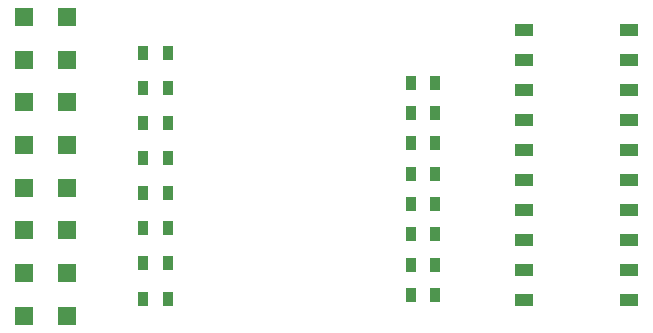
<source format=gbr>
%TF.GenerationSoftware,Altium Limited,Altium Designer,22.1.2 (22)*%
G04 Layer_Color=8421504*
%FSLAX26Y26*%
%MOIN*%
%TF.SameCoordinates,26ABD0B8-493F-4C78-88A6-316F46C79C97*%
%TF.FilePolarity,Positive*%
%TF.FileFunction,Paste,Top*%
%TF.Part,Single*%
G01*
G75*
%TA.AperFunction,SMDPad,CuDef*%
%ADD10R,0.059055X0.062992*%
%ADD11R,0.059055X0.043307*%
%ADD12R,0.035433X0.047244*%
D10*
X3065197Y2342317D02*
D03*
X2923465D02*
D03*
X3065197Y2200174D02*
D03*
X2923465D02*
D03*
X3065197Y2484460D02*
D03*
X2923465D02*
D03*
X3065197Y2626603D02*
D03*
X2923465D02*
D03*
X3065197Y2768745D02*
D03*
X2923465D02*
D03*
X3065197Y3053031D02*
D03*
X2923465D02*
D03*
X3065197Y2910888D02*
D03*
X2923465D02*
D03*
X3065197Y2058032D02*
D03*
X2923465D02*
D03*
D11*
X4588583Y2109055D02*
D03*
Y2209055D02*
D03*
Y2309055D02*
D03*
Y2409055D02*
D03*
Y2509055D02*
D03*
Y2609055D02*
D03*
Y2709055D02*
D03*
Y2809055D02*
D03*
Y2909055D02*
D03*
Y3009055D02*
D03*
X4938976D02*
D03*
Y2909055D02*
D03*
Y2809055D02*
D03*
Y2709055D02*
D03*
Y2609055D02*
D03*
Y2509055D02*
D03*
Y2409055D02*
D03*
Y2309055D02*
D03*
Y2209055D02*
D03*
Y2109055D02*
D03*
D12*
X4293307Y2834645D02*
D03*
X4210630D02*
D03*
X4293307Y2733408D02*
D03*
X4210630D02*
D03*
X4293307Y2632171D02*
D03*
X4210630D02*
D03*
X4293307Y2530933D02*
D03*
X4210630D02*
D03*
X4293307Y2429696D02*
D03*
X4210630D02*
D03*
X4293307Y2328459D02*
D03*
X4210630D02*
D03*
X4293307Y2227222D02*
D03*
X4210630D02*
D03*
X4293307Y2125984D02*
D03*
X4210630D02*
D03*
X3317913Y2115000D02*
D03*
X3400591D02*
D03*
X3317913Y2232143D02*
D03*
X3400591D02*
D03*
X3317913Y2349286D02*
D03*
X3400591D02*
D03*
X3317913Y2466428D02*
D03*
X3400591D02*
D03*
X3317913Y2583571D02*
D03*
X3400591D02*
D03*
X3317913Y2700714D02*
D03*
X3400591D02*
D03*
X3317913Y2817857D02*
D03*
X3400591D02*
D03*
X3317913Y2935000D02*
D03*
X3400591D02*
D03*
%TF.MD5,3f1ef64fa877d2a36ae29a319d4809bd*%
M02*

</source>
